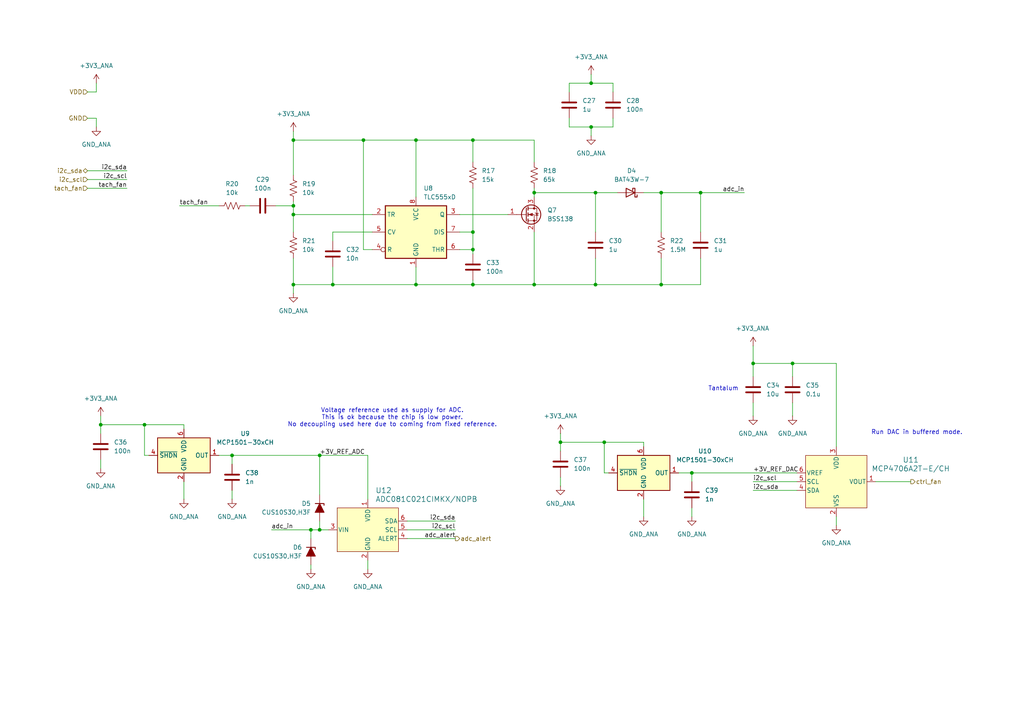
<source format=kicad_sch>
(kicad_sch (version 20231120) (generator "eeschema") (generator_version "8.0")
  (paper "A4")
  (lib_symbols
    (symbol "Device:C" (pin_numbers hide) (pin_names (offset 0.254))
      (property "Reference" "C" (at 0.635 2.54 0))
      (property "Value" "C" (at 0.635 -2.54 0))
      (symbol "C_0_1"
        (polyline (pts (xy -2.032 -0.762) (xy 2.032 -0.762)) (stroke (width 0.508)))
        (polyline (pts (xy -2.032 0.762) (xy 2.032 0.762)) (stroke (width 0.508)))
      )
      (symbol "C_1_1"
        (pin passive line (at 0 3.81 270) (length 2.794) (name "~") (number "1"))
        (pin passive line (at 0 -3.81 90) (length 2.794) (name "~") (number "2"))
      )
    )
    (symbol "Device:D_Zener_Filled" (pin_numbers hide) (pin_names (offset 1.016) hide)
      (property "Reference" "D" (at 0 2.54 0))
      (property "Value" "D_Zener_Filled" (at 0 -2.54 0))
      (symbol "D_Zener_Filled_0_1"
        (polyline (pts (xy 1.27 0) (xy -1.27 0)))
        (polyline (pts (xy -1.27 -1.27) (xy -1.27 1.27) (xy -0.762 1.27)) (stroke (width 0.254)))
        (polyline (pts (xy 1.27 -1.27) (xy 1.27 1.27) (xy -1.27 0) (xy 1.27 -1.27)) (stroke (width 0.254)) (fill (type outline)))
      )
      (symbol "D_Zener_Filled_1_1"
        (pin passive line (at -3.81 0 0) (length 2.54) (name "K") (number "1"))
        (pin passive line (at 3.81 0 180) (length 2.54) (name "A") (number "2"))
      )
    )
    (symbol "Device:R_US" (pin_numbers hide) (pin_names (offset 0))
      (property "Reference" "R" (at 2.54 0 90))
      (property "Value" "R_US" (at -2.54 0 90))
      (symbol "R_US_0_1"
        (polyline (pts (xy 0 -2.286) (xy 0 -2.54)))
        (polyline (pts (xy 0 2.286) (xy 0 2.54)))
        (polyline (pts (xy 0 -0.762) (xy 1.016 -1.143) (xy 0 -1.524) (xy -1.016 -1.905) (xy 0 -2.286)))
        (polyline (pts (xy 0 0.762) (xy 1.016 0.381) (xy 0 0) (xy -1.016 -0.381) (xy 0 -0.762)))
        (polyline (pts (xy 0 2.286) (xy 1.016 1.905) (xy 0 1.524) (xy -1.016 1.143) (xy 0 0.762)))
      )
      (symbol "R_US_1_1"
        (pin passive line (at 0 3.81 270) (length 1.27) (name "~") (number "1"))
        (pin passive line (at 0 -3.81 90) (length 1.27) (name "~") (number "2"))
      )
    )
    (symbol "Diode:BAT43W-V" (pin_numbers hide) (pin_names (offset 1.016) hide)
      (property "Reference" "D" (at 0 2.54 0))
      (property "Value" "BAT43W-V" (at 0 -2.54 0))
      (symbol "BAT43W-V_0_1"
        (polyline (pts (xy 1.27 0) (xy -1.27 0)))
        (polyline (pts (xy 1.27 1.27) (xy 1.27 -1.27) (xy -1.27 0) (xy 1.27 1.27)) (stroke (width 0.254)))
        (polyline (pts (xy -1.905 0.635) (xy -1.905 1.27) (xy -1.27 1.27) (xy -1.27 -1.27) (xy -0.635 -1.27) (xy -0.635 -0.635)) (stroke (width 0.254)))
      )
      (symbol "BAT43W-V_1_1"
        (pin passive line (at -3.81 0 0) (length 2.54) (name "K") (number "1"))
        (pin passive line (at 3.81 0 180) (length 2.54) (name "A") (number "2"))
      )
    )
    (symbol "Reference_Voltage:MCP1501-30xCH"
      (property "Reference" "U" (at -6.35 6.35 0))
      (property "Value" "MCP1501-30xCH" (at 10.16 6.35 0))
      (symbol "MCP1501-30xCH_0_0"
        (pin power_out line (at 10.16 0 180) (length 2.54) (name "OUT") (number "1"))
        (pin power_in line (at 0 -7.62 90) (length 2.54) (name "GND") (number "2"))
        (pin passive line (at 0 -7.62 90) (length 2.54) hide (name "GND") (number "3"))
        (pin input line (at -10.16 0 0) (length 2.54) (name "~{SHDN}") (number "4"))
        (pin passive line (at 0 -7.62 90) (length 2.54) hide (name "GND") (number "5"))
        (pin power_in line (at 0 7.62 270) (length 2.54) (name "VDD") (number "6"))
      )
      (symbol "MCP1501-30xCH_0_1"
        (rectangle (start -7.62 5.08) (end 7.62 -5.08) (stroke (width 0.254)) (fill (type background)))
      )
    )
    (symbol "Timer:TLC555xD"
      (property "Reference" "U" (at -10.16 8.89 0))
      (property "Value" "TLC555xD" (at 2.54 8.89 0))
      (symbol "TLC555xD_0_0"
        (pin power_in line (at 0 -10.16 90) (length 2.54) (name "GND") (number "1"))
        (pin power_in line (at 0 10.16 270) (length 2.54) (name "VCC") (number "8"))
      )
      (symbol "TLC555xD_0_1"
        (rectangle (start -8.89 -7.62) (end 8.89 7.62) (stroke (width 0.254)) (fill (type background)))
        (rectangle (start -8.89 -7.62) (end 8.89 7.62) (stroke (width 0.254)) (fill (type background)))
      )
      (symbol "TLC555xD_1_1"
        (pin input line (at -12.7 5.08 0) (length 3.81) (name "TR") (number "2"))
        (pin output line (at 12.7 5.08 180) (length 3.81) (name "Q") (number "3"))
        (pin input inverted (at -12.7 -5.08 0) (length 3.81) (name "R") (number "4"))
        (pin input line (at -12.7 0 0) (length 3.81) (name "CV") (number "5"))
        (pin input line (at 12.7 -5.08 180) (length 3.81) (name "THR") (number "6"))
        (pin input line (at 12.7 0 180) (length 3.81) (name "DIS") (number "7"))
      )
    )
    (symbol "Transistor_FET:BSS138" (pin_names hide)
      (property "Reference" "Q" (at 5.08 1.905 0))
      (property "Value" "BSS138" (at 5.08 0 0))
      (symbol "BSS138_0_1"
        (polyline (pts (xy 0.254 0) (xy -2.54 0)))
        (polyline (pts (xy 0.254 1.905) (xy 0.254 -1.905)) (stroke (width 0.254)))
        (polyline (pts (xy 0.762 -1.27) (xy 0.762 -2.286)) (stroke (width 0.254)))
        (polyline (pts (xy 0.762 0.508) (xy 0.762 -0.508)) (stroke (width 0.254)))
        (polyline (pts (xy 0.762 2.286) (xy 0.762 1.27)) (stroke (width 0.254)))
        (polyline (pts (xy 2.54 2.54) (xy 2.54 1.778)))
        (polyline (pts (xy 2.54 -2.54) (xy 2.54 0) (xy 0.762 0)))
        (polyline (pts (xy 0.762 -1.778) (xy 3.302 -1.778) (xy 3.302 1.778) (xy 0.762 1.778)))
        (polyline (pts (xy 1.016 0) (xy 2.032 0.381) (xy 2.032 -0.381) (xy 1.016 0)) (fill (type outline)))
        (polyline (pts (xy 2.794 0.508) (xy 2.921 0.381) (xy 3.683 0.381) (xy 3.81 0.254)))
        (polyline (pts (xy 3.302 0.381) (xy 2.921 -0.254) (xy 3.683 -0.254) (xy 3.302 0.381)))
        (circle (center 1.651 0) (radius 2.794) (stroke (width 0.254)))
        (circle (center 2.54 -1.778) (radius 0.254) (fill (type outline)))
        (circle (center 2.54 1.778) (radius 0.254) (fill (type outline)))
      )
      (symbol "BSS138_1_1"
        (pin input line (at -5.08 0 0) (length 2.54) (name "G") (number "1"))
        (pin passive line (at 2.54 -5.08 90) (length 2.54) (name "S") (number "2"))
        (pin passive line (at 2.54 5.08 270) (length 2.54) (name "D") (number "3"))
      )
    )
    (symbol "power:+3V3" (power) (pin_numbers hide) (pin_names (offset 0) hide)
      (property "Value" "+3V3" (at 0 3.556 0))
      (symbol "+3V3_0_1"
        (polyline (pts (xy -0.762 1.27) (xy 0 2.54)))
        (polyline (pts (xy 0 0) (xy 0 2.54)))
        (polyline (pts (xy 0 2.54) (xy 0.762 1.27)))
      )
      (symbol "+3V3_1_1"
        (pin power_in line (at 0 0 90) (length 0) (name "~") (number "1"))
      )
    )
    (symbol "power:GND" (power) (pin_numbers hide) (pin_names (offset 0) hide)
      (property "Value" "GND" (at 0 -3.81 0))
      (symbol "GND_0_1"
        (polyline (pts (xy 0 0) (xy 0 -1.27) (xy 1.27 -1.27) (xy 0 -2.54) (xy -1.27 -1.27) (xy 0 -1.27)))
      )
      (symbol "GND_1_1"
        (pin power_in line (at 0 0 270) (length 0) (name "~") (number "1"))
      )
    )
    (symbol "power:GND3" (power) (pin_numbers hide) (pin_names (offset 0) hide)
      (property "Value" "GND3" (at 0 -3.81 0))
      (symbol "GND3_0_1"
        (polyline (pts (xy 0 0) (xy 0 -1.27) (xy 1.27 -1.27) (xy 0 -2.54) (xy -1.27 -1.27) (xy 0 -1.27)))
      )
      (symbol "GND3_1_1"
        (pin power_in line (at 0 0 270) (length 0) (name "~") (number "1"))
      )
    )
    (symbol "proj_symbols:ADC081C021CIMKX_NOPB" (pin_names (offset 0.254))
      (property "Reference" "U?" (at 1.778 11.43 0))
      (property "Value" "ADC081C021CIMKX/NOPB" (at 1.778 8.89 0))
      (symbol "ADC081C021CIMKX_NOPB_0_1"
        (pin power_in line (at 0 8.89 270) (length 2.54) (name "VDD") (number "1"))
        (pin power_in line (at 0 -8.89 90) (length 2.54) (name "GND") (number "2"))
        (pin input line (at -11.43 0 0) (length 2.54) (name "VIN") (number "3"))
        (pin output line (at 11.43 -2.54 180) (length 2.54) (name "ALERT") (number "4"))
        (pin input line (at 11.43 0 180) (length 2.54) (name "SCL") (number "5"))
        (pin bidirectional line (at 11.43 2.54 180) (length 2.54) (name "SDA") (number "6"))
      )
      (symbol "ADC081C021CIMKX_NOPB_1_1"
        (rectangle (start -8.89 6.35) (end 8.89 -6.35) (fill (type background)))
      )
    )
    (symbol "proj_symbols:MCP4706A2T-E_CH" (pin_names (offset 0.254))
      (property "Reference" "U?" (at 2.54 12.192 0))
      (property "Value" "MCP4706A2T-E/CH" (at 2.54 9.398 0))
      (symbol "MCP4706A2T-E_CH_0_1"
        (pin output line (at 11.43 0 180) (length 2.54) (name "VOUT") (number "1"))
        (pin power_in line (at 0 -10.16 90) (length 2.54) (name "VSS") (number "2"))
        (pin power_in line (at 0 10.16 270) (length 2.54) (name "VDD") (number "3"))
      )
      (symbol "MCP4706A2T-E_CH_1_1"
        (rectangle (start -8.89 7.62) (end 8.89 -7.62) (fill (type background)))
        (pin bidirectional line (at -11.43 -2.54 0) (length 2.54) (name "SDA") (number "4"))
        (pin input line (at -11.43 0 0) (length 2.54) (name "SCL") (number "5"))
        (pin input line (at -11.43 2.54 0) (length 2.54) (name "VREF") (number "6"))
      )
    )
  )
  (junction (at 154.94 55.88))
  (junction (at 172.72 82.55))
  (junction (at 200.66 137.16))
  (junction (at 85.09 62.23))
  (junction (at 120.65 82.55))
  (junction (at 96.52 82.55))
  (junction (at 171.45 36.83))
  (junction (at 137.16 40.64))
  (junction (at 105.41 40.64))
  (junction (at 172.72 55.88))
  (junction (at 41.91 123.19))
  (junction (at 67.31 132.08))
  (junction (at 90.17 153.67))
  (junction (at 203.2 55.88))
  (junction (at 85.09 82.55))
  (junction (at 191.77 82.55))
  (junction (at 29.21 123.19))
  (junction (at 191.77 55.88))
  (junction (at 85.09 59.69))
  (junction (at 175.26 128.27))
  (junction (at 85.09 40.64))
  (junction (at 120.65 40.64))
  (junction (at 92.71 132.08))
  (junction (at 162.56 128.27))
  (junction (at 171.45 24.13))
  (junction (at 92.71 153.67))
  (junction (at 137.16 72.39))
  (junction (at 154.94 82.55))
  (junction (at 229.87 105.41))
  (junction (at 218.44 105.41))
  (junction (at 137.16 82.55))
  (junction (at 137.16 67.31))
  (wire (pts (xy 85.09 38.1) (xy 85.09 40.64)))
  (wire (pts (xy 218.44 100.33) (xy 218.44 105.41)))
  (wire (pts (xy 171.45 36.83) (xy 177.8 36.83)))
  (wire (pts (xy 200.66 147.32) (xy 200.66 149.86)))
  (wire (pts (xy 78.74 153.67) (xy 90.17 153.67)))
  (wire (pts (xy 25.4 34.29) (xy 27.94 34.29)))
  (wire (pts (xy 96.52 67.31) (xy 96.52 69.85)))
  (wire (pts (xy 120.65 40.64) (xy 137.16 40.64)))
  (wire (pts (xy 154.94 55.88) (xy 154.94 57.15)))
  (wire (pts (xy 186.69 55.88) (xy 191.77 55.88)))
  (wire (pts (xy 133.35 67.31) (xy 137.16 67.31)))
  (wire (pts (xy 162.56 128.27) (xy 175.26 128.27)))
  (wire (pts (xy 29.21 133.35) (xy 29.21 135.89)))
  (wire (pts (xy 203.2 55.88) (xy 215.9 55.88)))
  (wire (pts (xy 67.31 132.08) (xy 67.31 134.62)))
  (wire (pts (xy 29.21 123.19) (xy 29.21 125.73)))
  (wire (pts (xy 171.45 21.59) (xy 171.45 24.13)))
  (wire (pts (xy 25.4 49.53) (xy 36.83 49.53)))
  (wire (pts (xy 92.71 151.13) (xy 92.71 153.67)))
  (wire (pts (xy 203.2 74.93) (xy 203.2 82.55)))
  (wire (pts (xy 154.94 55.88) (xy 172.72 55.88)))
  (wire (pts (xy 154.94 82.55) (xy 172.72 82.55)))
  (wire (pts (xy 191.77 82.55) (xy 203.2 82.55)))
  (wire (pts (xy 92.71 132.08) (xy 106.68 132.08)))
  (wire (pts (xy 85.09 82.55) (xy 96.52 82.55)))
  (wire (pts (xy 172.72 82.55) (xy 191.77 82.55)))
  (wire (pts (xy 92.71 132.08) (xy 92.71 143.51)))
  (wire (pts (xy 196.85 137.16) (xy 200.66 137.16)))
  (wire (pts (xy 92.71 153.67) (xy 95.25 153.67)))
  (wire (pts (xy 200.66 137.16) (xy 200.66 139.7)))
  (wire (pts (xy 218.44 142.24) (xy 231.14 142.24)))
  (wire (pts (xy 154.94 67.31) (xy 154.94 82.55)))
  (wire (pts (xy 96.52 82.55) (xy 120.65 82.55)))
  (wire (pts (xy 218.44 105.41) (xy 218.44 109.22)))
  (wire (pts (xy 176.53 137.16) (xy 175.26 137.16)))
  (wire (pts (xy 71.12 59.69) (xy 72.39 59.69)))
  (wire (pts (xy 80.01 59.69) (xy 85.09 59.69)))
  (wire (pts (xy 137.16 81.28) (xy 137.16 82.55)))
  (wire (pts (xy 229.87 105.41) (xy 229.87 109.22)))
  (wire (pts (xy 85.09 62.23) (xy 85.09 67.31)))
  (wire (pts (xy 218.44 105.41) (xy 229.87 105.41)))
  (wire (pts (xy 118.11 151.13) (xy 132.08 151.13)))
  (wire (pts (xy 96.52 67.31) (xy 107.95 67.31)))
  (wire (pts (xy 191.77 74.93) (xy 191.77 82.55)))
  (wire (pts (xy 27.94 24.13) (xy 27.94 26.67)))
  (wire (pts (xy 242.57 105.41) (xy 242.57 129.54)))
  (wire (pts (xy 118.11 156.21) (xy 132.08 156.21)))
  (wire (pts (xy 162.56 125.73) (xy 162.56 128.27)))
  (wire (pts (xy 229.87 116.84) (xy 229.87 120.65)))
  (wire (pts (xy 165.1 34.29) (xy 165.1 36.83)))
  (wire (pts (xy 200.66 137.16) (xy 231.14 137.16)))
  (wire (pts (xy 29.21 120.65) (xy 29.21 123.19)))
  (wire (pts (xy 90.17 163.83) (xy 90.17 165.1)))
  (wire (pts (xy 67.31 132.08) (xy 92.71 132.08)))
  (wire (pts (xy 52.07 59.69) (xy 63.5 59.69)))
  (wire (pts (xy 175.26 137.16) (xy 175.26 128.27)))
  (wire (pts (xy 107.95 62.23) (xy 85.09 62.23)))
  (wire (pts (xy 186.69 128.27) (xy 186.69 129.54)))
  (wire (pts (xy 165.1 36.83) (xy 171.45 36.83)))
  (wire (pts (xy 120.65 40.64) (xy 120.65 57.15)))
  (wire (pts (xy 191.77 55.88) (xy 191.77 67.31)))
  (wire (pts (xy 120.65 77.47) (xy 120.65 82.55)))
  (wire (pts (xy 177.8 26.67) (xy 177.8 24.13)))
  (wire (pts (xy 218.44 116.84) (xy 218.44 120.65)))
  (wire (pts (xy 105.41 40.64) (xy 120.65 40.64)))
  (wire (pts (xy 85.09 82.55) (xy 85.09 85.09)))
  (wire (pts (xy 242.57 149.86) (xy 242.57 152.4)))
  (wire (pts (xy 25.4 52.07) (xy 36.83 52.07)))
  (wire (pts (xy 177.8 36.83) (xy 177.8 34.29)))
  (wire (pts (xy 85.09 40.64) (xy 85.09 50.8)))
  (wire (pts (xy 85.09 59.69) (xy 85.09 62.23)))
  (wire (pts (xy 85.09 40.64) (xy 105.41 40.64)))
  (wire (pts (xy 118.11 153.67) (xy 132.08 153.67)))
  (wire (pts (xy 90.17 153.67) (xy 92.71 153.67)))
  (wire (pts (xy 172.72 74.93) (xy 172.72 82.55)))
  (wire (pts (xy 53.34 139.7) (xy 53.34 144.78)))
  (wire (pts (xy 137.16 67.31) (xy 137.16 72.39)))
  (wire (pts (xy 25.4 54.61) (xy 36.83 54.61)))
  (wire (pts (xy 137.16 72.39) (xy 137.16 73.66)))
  (wire (pts (xy 90.17 153.67) (xy 90.17 156.21)))
  (wire (pts (xy 203.2 55.88) (xy 203.2 67.31)))
  (wire (pts (xy 218.44 139.7) (xy 231.14 139.7)))
  (wire (pts (xy 165.1 24.13) (xy 165.1 26.67)))
  (wire (pts (xy 171.45 24.13) (xy 177.8 24.13)))
  (wire (pts (xy 229.87 105.41) (xy 242.57 105.41)))
  (wire (pts (xy 105.41 72.39) (xy 107.95 72.39)))
  (wire (pts (xy 67.31 142.24) (xy 67.31 144.78)))
  (wire (pts (xy 172.72 55.88) (xy 179.07 55.88)))
  (wire (pts (xy 41.91 123.19) (xy 53.34 123.19)))
  (wire (pts (xy 96.52 77.47) (xy 96.52 82.55)))
  (wire (pts (xy 133.35 62.23) (xy 147.32 62.23)))
  (wire (pts (xy 43.18 132.08) (xy 41.91 132.08)))
  (wire (pts (xy 85.09 58.42) (xy 85.09 59.69)))
  (wire (pts (xy 63.5 132.08) (xy 67.31 132.08)))
  (wire (pts (xy 137.16 40.64) (xy 137.16 46.99)))
  (wire (pts (xy 137.16 54.61) (xy 137.16 67.31)))
  (wire (pts (xy 25.4 26.67) (xy 27.94 26.67)))
  (wire (pts (xy 120.65 82.55) (xy 137.16 82.55)))
  (wire (pts (xy 171.45 36.83) (xy 171.45 39.37)))
  (wire (pts (xy 186.69 144.78) (xy 186.69 149.86)))
  (wire (pts (xy 106.68 162.56) (xy 106.68 165.1)))
  (wire (pts (xy 137.16 82.55) (xy 154.94 82.55)))
  (wire (pts (xy 53.34 123.19) (xy 53.34 124.46)))
  (wire (pts (xy 27.94 36.83) (xy 27.94 34.29)))
  (wire (pts (xy 105.41 40.64) (xy 105.41 72.39)))
  (wire (pts (xy 154.94 40.64) (xy 154.94 46.99)))
  (wire (pts (xy 175.26 128.27) (xy 186.69 128.27)))
  (wire (pts (xy 154.94 54.61) (xy 154.94 55.88)))
  (wire (pts (xy 254 139.7) (xy 264.16 139.7)))
  (wire (pts (xy 85.09 74.93) (xy 85.09 82.55)))
  (wire (pts (xy 137.16 40.64) (xy 154.94 40.64)))
  (wire (pts (xy 133.35 72.39) (xy 137.16 72.39)))
  (wire (pts (xy 29.21 123.19) (xy 41.91 123.19)))
  (wire (pts (xy 41.91 132.08) (xy 41.91 123.19)))
  (wire (pts (xy 165.1 24.13) (xy 171.45 24.13)))
  (wire (pts (xy 162.56 128.27) (xy 162.56 130.81)))
  (wire (pts (xy 106.68 132.08) (xy 106.68 144.78)))
  (wire (pts (xy 172.72 55.88) (xy 172.72 67.31)))
  (wire (pts (xy 162.56 138.43) (xy 162.56 140.97)))
  (wire (pts (xy 191.77 55.88) (xy 203.2 55.88)))
  (text "Tantalum" (at 209.804 112.776 0) (effects (font (size 1.27 1.27))))
  (text "Run DAC in buffered mode." (at 265.938 125.476 0) (effects (font (size 1.27 1.27))))
  (text "Voltage reference used as supply for ADC.\nThis is ok because the chip is low power.\nNo decoupling used here due to coming from fixed reference." (at 113.792 121.158 0) (effects (font (size 1.27 1.27))))
  (label "+3V_REF_ADC" (at 92.71 132.08 0))
  (label "i2c_scl" (at 218.44 139.7 0))
  (label "i2c_sda" (at 132.08 151.13 180))
  (label "i2c_sda" (at 218.44 142.24 0))
  (label "i2c_sda" (at 36.83 49.53 180))
  (label "i2c_scl" (at 36.83 52.07 180))
  (label "adc_in" (at 215.9 55.88 180))
  (label "tach_fan" (at 52.07 59.69 0))
  (label "adc_alert" (at 132.08 156.21 180))
  (label "adc_in" (at 78.74 153.67 0))
  (label "i2c_scl" (at 132.08 153.67 180))
  (label "tach_fan" (at 36.83 54.61 180))
  (label "+3V_REF_DAC" (at 218.44 137.16 0))
  (hierarchical_label "i2c_scl" (shape input) (at 25.4 52.07 180))
  (hierarchical_label "adc_alert" (shape output) (at 132.08 156.21 0))
  (hierarchical_label "GND" (shape input) (at 25.4 34.29 180))
  (hierarchical_label "tach_fan" (shape input) (at 25.4 54.61 180))
  (hierarchical_label "i2c_sda" (shape bidirectional) (at 25.4 49.53 180))
  (hierarchical_label "ctrl_fan" (shape output) (at 264.16 139.7 0))
  (hierarchical_label "VDD" (shape input) (at 25.4 26.67 180))
  (symbol (lib_id "Reference_Voltage:MCP1501-30xCH") (at 186.69 137.16 0) (unit 1)
    (property "Reference" "U10" (at 204.47 130.8414 0))
    (property "Value" "MCP1501-30xCH" (at 204.47 133.3814 0))
    (property "Footprint" "Package_TO_SOT_SMD:SOT-23-6_Handsoldering" (effects (hide yes)))
    (property "Datasheet" "http://ww1.microchip.com/downloads/en/DeviceDoc/20005474E.pdf" (effects (hide yes)))
    (property "Description" "3V, 0.1%, 20mA, Precision Voltage Reference, SOT-23-6" (effects (hide yes)))
  )
  (symbol (lib_id "power:GND") (at 242.57 152.4 0) (unit 1)
    (property "Reference" "#PWR0109" (effects (hide yes)))
    (property "Value" "GND_ANA" (at 242.57 157.48 0))
    (property "Description" "Power symbol creates a global label with name \"GND\" , ground" (effects (hide yes)))
  )
  (symbol (lib_id "Device:R_US") (at 85.09 54.61 0) (unit 1)
    (property "Reference" "R19" (at 87.63 53.3399 0) (effects (justify left)))
    (property "Value" "10k" (at 87.63 55.8799 0) (effects (justify left)))
    (property "Footprint" "Resistor_SMD:R_0603_1608Metric_Pad0.98x0.95mm_HandSolder" (effects (hide yes)))
    (property "Description" "Resistor, US symbol" (effects (hide yes)))
  )
  (symbol (lib_id "power:GND") (at 162.56 140.97 0) (unit 1)
    (property "Reference" "#PWR0104" (effects (hide yes)))
    (property "Value" "GND_ANA" (at 162.56 146.05 0))
    (property "Description" "Power symbol creates a global label with name \"GND\" , ground" (effects (hide yes)))
  )
  (symbol (lib_id "Device:R_US") (at 137.16 50.8 0) (unit 1)
    (property "Reference" "R17" (at 139.7 49.5299 0) (effects (justify left)))
    (property "Value" "15k" (at 139.7 52.0699 0) (effects (justify left)))
    (property "Footprint" "Resistor_SMD:R_0603_1608Metric_Pad0.98x0.95mm_HandSolder" (effects (hide yes)))
    (property "Description" "Resistor, US symbol" (effects (hide yes)))
  )
  (symbol (lib_id "power:+3V3") (at 218.44 100.33 0) (unit 1)
    (property "Reference" "#PWR098" (effects (hide yes)))
    (property "Value" "+3V3_ANA" (at 213.36 95.25 0) (effects (justify left)))
    (property "Description" "Power symbol creates a global label with name \"+3V3\"" (effects (hide yes)))
  )
  (symbol (lib_id "Device:C") (at 229.87 113.03 180) (unit 1)
    (property "Reference" "C35" (at 233.68 111.7599 0) (effects (justify right)))
    (property "Value" "0.1u" (at 233.68 114.2999 0) (effects (justify right)))
    (property "Footprint" "Capacitor_SMD:C_0603_1608Metric_Pad1.08x0.95mm_HandSolder" (effects (hide yes)))
    (property "Description" "Unpolarized capacitor" (effects (hide yes)))
  )
  (symbol (lib_id "Device:R_US") (at 67.31 59.69 90) (unit 1)
    (property "Reference" "R20" (at 67.31 53.34 90))
    (property "Value" "10k" (at 67.31 55.88 90))
    (property "Footprint" "Resistor_SMD:R_0603_1608Metric_Pad0.98x0.95mm_HandSolder" (effects (hide yes)))
    (property "Description" "Resistor, US symbol" (effects (hide yes)))
  )
  (symbol (lib_id "power:GND") (at 186.69 149.86 0) (unit 1)
    (property "Reference" "#PWR0107" (effects (hide yes)))
    (property "Value" "GND_ANA" (at 186.69 154.94 0))
    (property "Description" "Power symbol creates a global label with name \"GND\" , ground" (effects (hide yes)))
  )
  (symbol (lib_id "power:GND") (at 229.87 120.65 0) (unit 1)
    (property "Reference" "#PWR0101" (effects (hide yes)))
    (property "Value" "GND_ANA" (at 229.87 125.73 0))
    (property "Description" "Power symbol creates a global label with name \"GND\" , ground" (effects (hide yes)))
  )
  (symbol (lib_id "Device:C") (at 165.1 30.48 180) (unit 1)
    (property "Reference" "C27" (at 168.91 29.2099 0) (effects (justify right)))
    (property "Value" "1u" (at 168.91 31.7499 0) (effects (justify right)))
    (property "Footprint" "Capacitor_SMD:C_0603_1608Metric_Pad1.08x0.95mm_HandSolder" (effects (hide yes)))
    (property "Description" "Unpolarized capacitor" (effects (hide yes)))
  )
  (symbol (lib_id "Device:R_US") (at 85.09 71.12 0) (unit 1)
    (property "Reference" "R21" (at 87.63 69.8499 0) (effects (justify left)))
    (property "Value" "10k" (at 87.63 72.3899 0) (effects (justify left)))
    (property "Footprint" "Resistor_SMD:R_0603_1608Metric_Pad0.98x0.95mm_HandSolder" (effects (hide yes)))
    (property "Description" "Resistor, US symbol" (effects (hide yes)))
  )
  (symbol (lib_id "Device:C") (at 137.16 77.47 180) (unit 1)
    (property "Reference" "C33" (at 140.97 76.1999 0) (effects (justify right)))
    (property "Value" "100n" (at 140.97 78.7399 0) (effects (justify right)))
    (property "Footprint" "Capacitor_SMD:C_0603_1608Metric_Pad1.08x0.95mm_HandSolder" (effects (hide yes)))
    (property "Description" "Unpolarized capacitor" (effects (hide yes)))
  )
  (symbol (lib_id "Device:C") (at 96.52 73.66 180) (unit 1)
    (property "Reference" "C32" (at 100.33 72.3899 0) (effects (justify right)))
    (property "Value" "10n" (at 100.33 74.9299 0) (effects (justify right)))
    (property "Footprint" "Capacitor_SMD:C_0603_1608Metric_Pad1.08x0.95mm_HandSolder" (effects (hide yes)))
    (property "Description" "Unpolarized capacitor" (effects (hide yes)))
  )
  (symbol (lib_id "power:+3V3") (at 162.56 125.73 0) (unit 1)
    (property "Reference" "#PWR0102" (effects (hide yes)))
    (property "Value" "+3V3_ANA" (at 162.56 120.65 0))
    (property "Description" "Power symbol creates a global label with name \"+3V3\"" (effects (hide yes)))
  )
  (symbol (lib_id "power:GND") (at 90.17 165.1 0) (unit 1)
    (property "Reference" "#PWR0110" (effects (hide yes)))
    (property "Value" "GND_ANA" (at 90.17 170.18 0))
    (property "Description" "Power symbol creates a global label with name \"GND\" , ground" (effects (hide yes)))
  )
  (symbol (lib_id "Device:C") (at 200.66 143.51 180) (unit 1)
    (property "Reference" "C39" (at 204.47 142.2399 0) (effects (justify right)))
    (property "Value" "1n" (at 204.47 144.7799 0) (effects (justify right)))
    (property "Footprint" "Capacitor_SMD:C_0603_1608Metric_Pad1.08x0.95mm_HandSolder" (effects (hide yes)))
    (property "Description" "Unpolarized capacitor" (effects (hide yes)))
  )
  (symbol (lib_id "power:GND3") (at 27.94 36.83 0) (unit 1)
    (property "Reference" "#PWR094" (effects (hide yes)))
    (property "Value" "GND_ANA" (at 27.94 41.91 0))
    (property "Description" "Power symbol creates a global label with name \"GND3\" , ground" (effects (hide yes)))
  )
  (symbol (lib_id "Device:R_US") (at 191.77 71.12 0) (unit 1)
    (property "Reference" "R22" (at 194.31 69.8499 0) (effects (justify left)))
    (property "Value" "1.5M" (at 194.31 72.3899 0) (effects (justify left)))
    (property "Footprint" "Resistor_SMD:R_0603_1608Metric_Pad0.98x0.95mm_HandSolder" (effects (hide yes)))
    (property "Description" "Resistor, US symbol" (effects (hide yes)))
  )
  (symbol (lib_id "power:GND") (at 106.68 165.1 0) (unit 1)
    (property "Reference" "#PWR0111" (effects (hide yes)))
    (property "Value" "GND_ANA" (at 106.68 170.18 0))
    (property "Description" "Power symbol creates a global label with name \"GND\" , ground" (effects (hide yes)))
  )
  (symbol (lib_id "power:GND") (at 67.31 144.78 0) (unit 1)
    (property "Reference" "#PWR0106" (effects (hide yes)))
    (property "Value" "GND_ANA" (at 67.31 149.86 0))
    (property "Description" "Power symbol creates a global label with name \"GND\" , ground" (effects (hide yes)))
  )
  (symbol (lib_id "power:GND") (at 218.44 120.65 0) (unit 1)
    (property "Reference" "#PWR0100" (effects (hide yes)))
    (property "Value" "GND_ANA" (at 218.44 125.73 0))
    (property "Description" "Power symbol creates a global label with name \"GND\" , ground" (effects (hide yes)))
  )
  (symbol (lib_id "power:GND") (at 29.21 135.89 0) (unit 1)
    (property "Reference" "#PWR0103" (effects (hide yes)))
    (property "Value" "GND_ANA" (at 29.21 140.97 0))
    (property "Description" "Power symbol creates a global label with name \"GND\" , ground" (effects (hide yes)))
  )
  (symbol (lib_id "Timer:TLC555xD") (at 120.65 67.31 0) (unit 1)
    (property "Reference" "U8" (at 122.8441 54.61 0) (effects (justify left)))
    (property "Value" "TLC555xD" (at 122.8441 57.15 0) (effects (justify left)))
    (property "Footprint" "Package_SO:SOIC-8_3.9x4.9mm_P1.27mm" (effects (hide yes)))
    (property "Datasheet" "http://www.ti.com/lit/ds/symlink/tlc555.pdf" (effects (hide yes)))
    (property "Description" "Single LinCMOS Timer, 555 compatible, SOIC-8" (effects (hide yes)))
  )
  (symbol (lib_id "Device:C") (at 172.72 71.12 180) (unit 1)
    (property "Reference" "C30" (at 176.53 69.8499 0) (effects (justify right)))
    (property "Value" "1u" (at 176.53 72.3899 0) (effects (justify right)))
    (property "Footprint" "Capacitor_SMD:C_0603_1608Metric_Pad1.08x0.95mm_HandSolder" (effects (hide yes)))
    (property "Description" "Unpolarized capacitor" (effects (hide yes)))
  )
  (symbol (lib_id "Device:C") (at 29.21 129.54 180) (unit 1)
    (property "Reference" "C36" (at 33.02 128.2699 0) (effects (justify right)))
    (property "Value" "100n" (at 33.02 130.8099 0) (effects (justify right)))
    (property "Footprint" "Capacitor_SMD:C_0603_1608Metric_Pad1.08x0.95mm_HandSolder" (effects (hide yes)))
    (property "Description" "Unpolarized capacitor" (effects (hide yes)))
  )
  (symbol (lib_id "Transistor_FET:BSS138") (at 152.4 62.23 0) (unit 1)
    (property "Reference" "Q7" (at 158.75 60.9599 0) (effects (justify left)))
    (property "Value" "BSS138" (at 158.75 63.4999 0) (effects (justify left)))
    (property "Footprint" "Package_TO_SOT_SMD:SOT-23-3" (effects (hide yes)))
    (property "Datasheet" "https://www.onsemi.com/pub/Collateral/BSS138-D.PDF" (effects (hide yes)))
    (property "Description" "50V Vds, 0.22A Id, N-Channel MOSFET, SOT-23" (effects (hide yes)))
  )
  (symbol (lib_id "Device:R_US") (at 154.94 50.8 0) (unit 1)
    (property "Reference" "R18" (at 157.48 49.5299 0) (effects (justify left)))
    (property "Value" "65k" (at 157.48 52.0699 0) (effects (justify left)))
    (property "Footprint" "Resistor_SMD:R_0603_1608Metric_Pad0.98x0.95mm_HandSolder" (effects (hide yes)))
    (property "Description" "Resistor, US symbol" (effects (hide yes)))
  )
  (symbol (lib_id "Device:C") (at 218.44 113.03 180) (unit 1)
    (property "Reference" "C34" (at 222.25 111.7599 0) (effects (justify right)))
    (property "Value" "10u" (at 222.25 114.2999 0) (effects (justify right)))
    (property "Footprint" "Capacitor_SMD:C_1206_3216Metric_Pad1.33x1.80mm_HandSolder" (effects (hide yes)))
    (property "Description" "Unpolarized capacitor" (effects (hide yes)))
  )
  (symbol (lib_id "Diode:BAT43W-V") (at 182.88 55.88 180) (unit 1)
    (property "Reference" "D4" (at 183.1975 49.53 0))
    (property "Value" "BAT43W-7" (at 183.1975 52.07 0))
    (property "Footprint" "Diode_SMD:D_SOD-123" (effects (hide yes)))
    (property "Datasheet" "http://www.vishay.com/docs/85660/bat42.pdf" (effects (hide yes)))
    (property "Description" "30V 0.2A Small Signal Schottky diode, SOD-123" (effects (hide yes)))
  )
  (symbol (lib_id "power:+3V3") (at 29.21 120.65 0) (unit 1)
    (property "Reference" "#PWR099" (effects (hide yes)))
    (property "Value" "+3V3_ANA" (at 29.21 115.57 0))
    (property "Description" "Power symbol creates a global label with name \"+3V3\"" (effects (hide yes)))
  )
  (symbol (lib_id "proj_symbols:ADC081C021CIMKX_NOPB") (at 106.68 153.67 0) (unit 1)
    (property "Reference" "U12" (at 108.8741 142.24 0) (effects (font (size 1.524 1.524)) (justify left)))
    (property "Value" "ADC081C021CIMKX/NOPB" (at 108.8741 144.78 0) (effects (font (size 1.524 1.524)) (justify left)))
    (property "Footprint" "Package_TO_SOT_SMD:SOT-23-6_Handsoldering" (effects (hide yes)))
    (property "Datasheet" "ADC081C021CIMKX/NOPB" (effects (hide yes)))
  )
  (symbol (lib_id "Reference_Voltage:MCP1501-30xCH") (at 53.34 132.08 0) (unit 1)
    (property "Reference" "U9" (at 71.12 125.7614 0))
    (property "Value" "MCP1501-30xCH" (at 71.12 128.3014 0))
    (property "Footprint" "Package_TO_SOT_SMD:SOT-23-6_Handsoldering" (effects (hide yes)))
    (property "Datasheet" "http://ww1.microchip.com/downloads/en/DeviceDoc/20005474E.pdf" (effects (hide yes)))
    (property "Description" "3V, 0.1%, 20mA, Precision Voltage Reference, SOT-23-6" (effects (hide yes)))
  )
  (symbol (lib_id "power:GND3") (at 85.09 85.09 0) (unit 1)
    (property "Reference" "#PWR097" (effects (hide yes)))
    (property "Value" "GND_ANA" (at 85.09 90.17 0))
    (property "Description" "Power symbol creates a global label with name \"GND3\" , ground" (effects (hide yes)))
  )
  (symbol (lib_id "proj_symbols:MCP4706A2T-E_CH") (at 242.57 139.7 0) (unit 1)
    (property "Reference" "U11" (at 264.16 133.3814 0) (effects (font (size 1.524 1.524))))
    (property "Value" "MCP4706A2T-E/CH" (at 264.16 135.9214 0) (effects (font (size 1.524 1.524))))
    (property "Footprint" "Package_TO_SOT_SMD:SOT-23-6_Handsoldering" (effects (hide yes)))
    (property "Datasheet" "MCP4706A2T-E/CH" (effects (hide yes)))
  )
  (symbol (lib_id "power:+3V3") (at 85.09 38.1 0) (unit 1)
    (property "Reference" "#PWR095" (effects (hide yes)))
    (property "Value" "+3V3_ANA" (at 85.09 33.02 0))
    (property "Description" "Power symbol creates a global label with name \"+3V3\"" (effects (hide yes)))
  )
  (symbol (lib_id "Device:D_Zener_Filled") (at 92.71 147.32 270) (unit 1)
    (property "Reference" "D5" (at 90.17 146.0499 90) (effects (justify right)))
    (property "Value" "CUS10S30,H3F" (at 90.17 148.5899 90) (effects (justify right)))
    (property "Footprint" "Diode_SMD:D_SOD-323_HandSoldering" (effects (hide yes)))
    (property "Description" "Zener diode, filled shape" (effects (hide yes)))
  )
  (symbol (lib_id "Device:C") (at 203.2 71.12 180) (unit 1)
    (property "Reference" "C31" (at 207.01 69.8499 0) (effects (justify right)))
    (property "Value" "1u" (at 207.01 72.3899 0) (effects (justify right)))
    (property "Footprint" "Capacitor_SMD:C_0603_1608Metric_Pad1.08x0.95mm_HandSolder" (effects (hide yes)))
    (property "Description" "Unpolarized capacitor" (effects (hide yes)))
  )
  (symbol (lib_id "power:GND3") (at 171.45 39.37 0) (unit 1)
    (property "Reference" "#PWR096" (effects (hide yes)))
    (property "Value" "GND_ANA" (at 171.45 44.45 0))
    (property "Description" "Power symbol creates a global label with name \"GND3\" , ground" (effects (hide yes)))
  )
  (symbol (lib_id "power:GND") (at 53.34 144.78 0) (unit 1)
    (property "Reference" "#PWR0105" (effects (hide yes)))
    (property "Value" "GND_ANA" (at 53.34 149.86 0))
    (property "Description" "Power symbol creates a global label with name \"GND\" , ground" (effects (hide yes)))
  )
  (symbol (lib_id "Device:C") (at 177.8 30.48 180) (unit 1)
    (property "Reference" "C28" (at 181.61 29.2099 0) (effects (justify right)))
    (property "Value" "100n" (at 181.61 31.7499 0) (effects (justify right)))
    (property "Footprint" "Capacitor_SMD:C_0603_1608Metric_Pad1.08x0.95mm_HandSolder" (effects (hide yes)))
    (property "Description" "Unpolarized capacitor" (effects (hide yes)))
  )
  (symbol (lib_id "Device:C") (at 76.2 59.69 90) (unit 1)
    (property "Reference" "C29" (at 76.2 52.07 90))
    (property "Value" "100n" (at 76.2 54.61 90))
    (property "Footprint" "Capacitor_SMD:C_0603_1608Metric_Pad1.08x0.95mm_HandSolder" (effects (hide yes)))
    (property "Description" "Unpolarized capacitor" (effects (hide yes)))
  )
  (symbol (lib_id "Device:C") (at 162.56 134.62 180) (unit 1)
    (property "Reference" "C37" (at 166.37 133.3499 0) (effects (justify right)))
    (property "Value" "100n" (at 166.37 135.8899 0) (effects (justify right)))
    (property "Footprint" "Capacitor_SMD:C_0603_1608Metric_Pad1.08x0.95mm_HandSolder" (effects (hide yes)))
    (property "Description" "Unpolarized capacitor" (effects (hide yes)))
  )
  (symbol (lib_id "Device:D_Zener_Filled") (at 90.17 160.02 270) (unit 1)
    (property "Reference" "D6" (at 87.63 158.7499 90) (effects (justify right)))
    (property "Value" "CUS10S30,H3F" (at 87.63 161.2899 90) (effects (justify right)))
    (property "Footprint" "Diode_SMD:D_SOD-323_HandSoldering" (effects (hide yes)))
    (property "Description" "Zener diode, filled shape" (effects (hide yes)))
  )
  (symbol (lib_id "Device:C") (at 67.31 138.43 180) (unit 1)
    (property "Reference" "C38" (at 71.12 137.1599 0) (effects (justify right)))
    (property "Value" "1n" (at 71.12 139.6999 0) (effects (justify right)))
    (property "Footprint" "Capacitor_SMD:C_0603_1608Metric_Pad1.08x0.95mm_HandSolder" (effects (hide yes)))
    (property "Description" "Unpolarized capacitor" (effects (hide yes)))
  )
  (symbol (lib_id "power:GND") (at 200.66 149.86 0) (unit 1)
    (property "Reference" "#PWR0108" (effects (hide yes)))
    (property "Value" "GND_ANA" (at 200.66 154.94 0))
    (property "Description" "Power symbol creates a global label with name \"GND\" , ground" (effects (hide yes)))
  )
  (symbol (lib_id "power:+3V3") (at 171.45 21.59 0) (unit 1)
    (property "Reference" "#PWR092" (effects (hide yes)))
    (property "Value" "+3V3_ANA" (at 171.45 16.51 0))
    (property "Description" "Power symbol creates a global label with name \"+3V3\"" (effects (hide yes)))
  )
  (symbol (lib_id "power:+3V3") (at 27.94 24.13 0) (unit 1)
    (property "Reference" "#PWR093" (effects (hide yes)))
    (property "Value" "+3V3_ANA" (at 27.94 19.05 0))
    (property "Description" "Power symbol creates a global label with name \"+3V3\"" (effects (hide yes)))
  )
)
</source>
